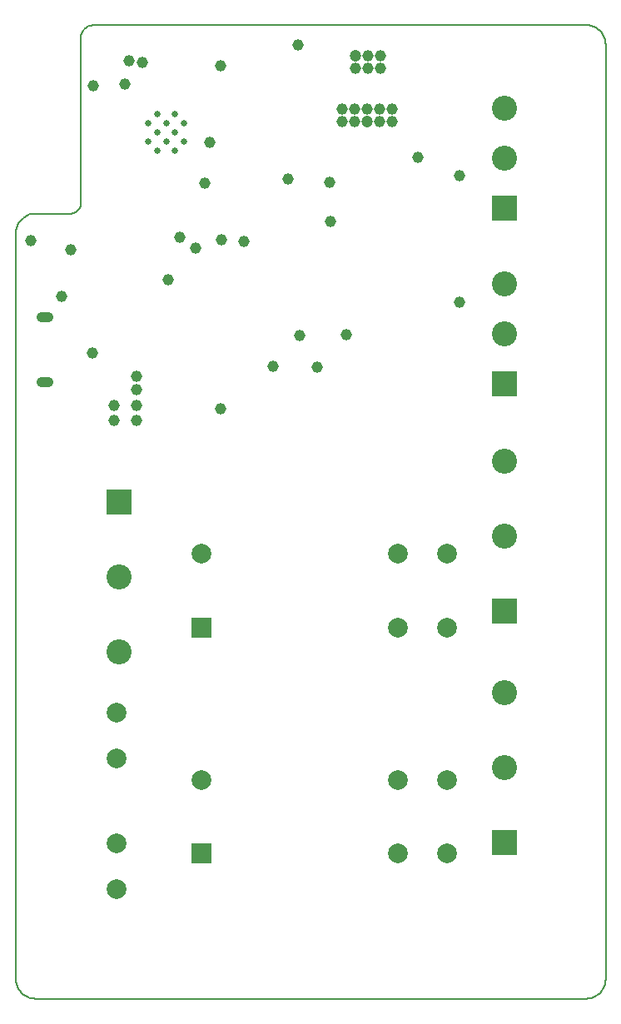
<source format=gbs>
G04 Layer_Color=16711935*
%FSLAX25Y25*%
%MOIN*%
G70*
G01*
G75*
%ADD46C,0.00787*%
%ADD49C,0.07874*%
%ADD50R,0.07874X0.07874*%
%ADD82C,0.04528*%
%ADD83C,0.04737*%
%ADD84C,0.02559*%
%ADD85R,0.10039X0.10039*%
%ADD86C,0.10039*%
%ADD87O,0.06890X0.04134*%
D46*
X287008Y608268D02*
X286009Y608169D01*
X285049Y607878D01*
X284164Y607405D01*
X283389Y606769D01*
X282752Y605993D01*
X282279Y605108D01*
X281988Y604148D01*
X281890Y603150D01*
X277953Y532784D02*
X278972Y532918D01*
X279921Y533312D01*
X280737Y533937D01*
X281362Y534753D01*
X281756Y535702D01*
X281890Y536721D01*
X263780Y532784D02*
X262752Y532717D01*
X261742Y532516D01*
X260766Y532185D01*
X259843Y531729D01*
X258986Y531157D01*
X258212Y530478D01*
X257533Y529703D01*
X256961Y528847D01*
X256505Y527923D01*
X256174Y526948D01*
X255973Y525938D01*
X255906Y524910D01*
X255905Y226378D02*
X255973Y225350D01*
X256174Y224340D01*
X256505Y223365D01*
X256960Y222441D01*
X257533Y221585D01*
X258212Y220810D01*
X258986Y220131D01*
X259842Y219559D01*
X260766Y219103D01*
X261742Y218772D01*
X262752Y218571D01*
X263779Y218504D01*
X484252D02*
X485280Y218571D01*
X486290Y218772D01*
X487265Y219103D01*
X488189Y219559D01*
X489045Y220131D01*
X489820Y220810D01*
X490499Y221585D01*
X491071Y222441D01*
X491527Y223365D01*
X491858Y224340D01*
X492059Y225350D01*
X492126Y226378D01*
X492126Y600394D02*
X492059Y601421D01*
X491858Y602432D01*
X491527Y603407D01*
X491071Y604331D01*
X490499Y605187D01*
X489820Y605962D01*
X489045Y606641D01*
X488189Y607213D01*
X487265Y607668D01*
X486290Y608000D01*
X485280Y608200D01*
X484252Y608268D01*
X255905Y226378D02*
X255905Y524910D01*
X287008Y608268D02*
X484252Y608268D01*
X281890Y536684D02*
Y603150D01*
X263780Y532784D02*
X277953D01*
X492126Y226378D02*
X492126Y600394D01*
X263779Y218504D02*
X484252D01*
D49*
X296260Y262402D02*
D03*
Y280512D02*
D03*
X428740Y306102D02*
D03*
Y276575D02*
D03*
X409055Y306102D02*
D03*
Y276575D02*
D03*
X330315Y306102D02*
D03*
X428740Y396654D02*
D03*
Y367126D02*
D03*
X409055Y396654D02*
D03*
Y367126D02*
D03*
X330315Y396654D02*
D03*
X296260Y314764D02*
D03*
Y332874D02*
D03*
D50*
X330315Y276575D02*
D03*
Y367126D02*
D03*
D82*
X406575Y574803D02*
D03*
X401575D02*
D03*
X406575Y569803D02*
D03*
X401575D02*
D03*
X396575Y574803D02*
D03*
X391575D02*
D03*
Y569803D02*
D03*
X386575Y574803D02*
D03*
Y569803D02*
D03*
X391968Y591063D02*
D03*
X396969D02*
D03*
Y596063D02*
D03*
X401968Y591063D02*
D03*
Y596063D02*
D03*
X295336Y450078D02*
D03*
Y455984D02*
D03*
X304331Y455905D02*
D03*
Y462205D02*
D03*
Y467717D02*
D03*
Y450000D02*
D03*
X376522Y471510D02*
D03*
X358805Y471735D02*
D03*
X416832Y555415D02*
D03*
X261811Y522047D02*
D03*
X274410Y499606D02*
D03*
X286465Y476884D02*
D03*
X316831Y506398D02*
D03*
X381496Y545275D02*
D03*
X381929Y529528D02*
D03*
X306693Y593307D02*
D03*
X301181Y593932D02*
D03*
X299606Y584646D02*
D03*
X333465Y561417D02*
D03*
X337795Y592126D02*
D03*
X368898Y600394D02*
D03*
X433514Y548081D02*
D03*
Y497195D02*
D03*
X388295Y484252D02*
D03*
X321614Y523268D02*
D03*
X327953Y518898D02*
D03*
X369736Y483909D02*
D03*
X347244Y521654D02*
D03*
X338189Y522441D02*
D03*
X277953Y518504D02*
D03*
X364931Y546821D02*
D03*
X286791Y584075D02*
D03*
X337795Y454724D02*
D03*
X331496Y544882D02*
D03*
D83*
X396575Y569803D02*
D03*
X391968Y596063D02*
D03*
D84*
X323327Y568966D02*
D03*
Y561742D02*
D03*
X319714Y572579D02*
D03*
Y565354D02*
D03*
Y558130D02*
D03*
X316102Y568966D02*
D03*
Y561742D02*
D03*
X312490Y572579D02*
D03*
Y565354D02*
D03*
Y558130D02*
D03*
X308878Y568966D02*
D03*
Y561742D02*
D03*
D85*
X297244Y417401D02*
D03*
X451575Y535118D02*
D03*
Y464646D02*
D03*
X451575Y373544D02*
D03*
Y281024D02*
D03*
D86*
X297244Y387401D02*
D03*
Y357401D02*
D03*
X451575Y555118D02*
D03*
Y575118D02*
D03*
Y484646D02*
D03*
Y504646D02*
D03*
X451575Y433544D02*
D03*
Y403544D02*
D03*
Y341024D02*
D03*
Y311024D02*
D03*
D87*
X267717Y491339D02*
D03*
Y465354D02*
D03*
M02*

</source>
